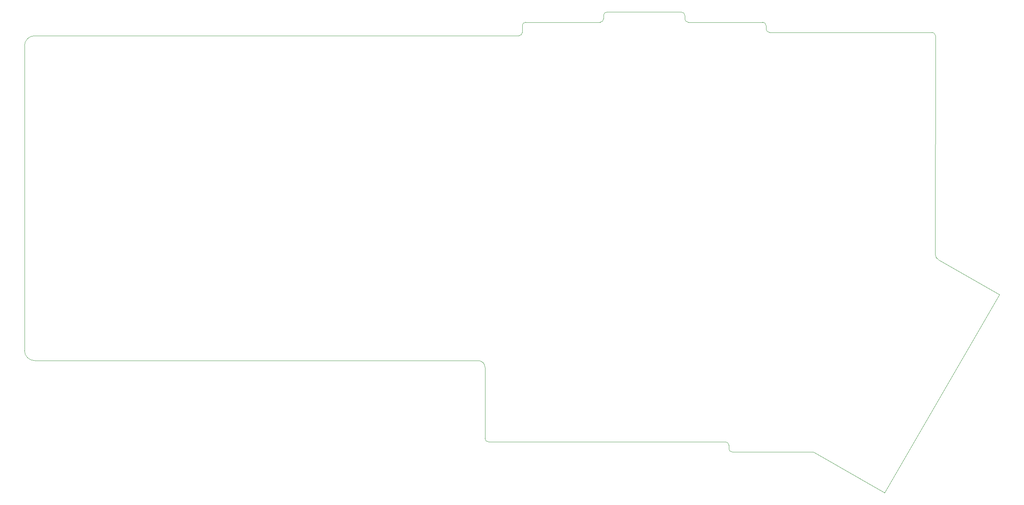
<source format=gbr>
%TF.GenerationSoftware,KiCad,Pcbnew,(5.1.9-0-10_14)*%
%TF.CreationDate,2021-04-19T01:17:04-05:00*%
%TF.ProjectId,wren-left,7772656e-2d6c-4656-9674-2e6b69636164,rev?*%
%TF.SameCoordinates,Original*%
%TF.FileFunction,Profile,NP*%
%FSLAX46Y46*%
G04 Gerber Fmt 4.6, Leading zero omitted, Abs format (unit mm)*
G04 Created by KiCad (PCBNEW (5.1.9-0-10_14)) date 2021-04-19 01:17:04*
%MOMM*%
%LPD*%
G01*
G04 APERTURE LIST*
%TA.AperFunction,Profile*%
%ADD10C,0.050000*%
%TD*%
G04 APERTURE END LIST*
D10*
X265874500Y-87725250D02*
X251650500Y-79597250D01*
X238950500Y-134207250D02*
X265874500Y-87725250D01*
X222250000Y-124618750D02*
X238950500Y-134207250D01*
X250772952Y-78177347D02*
X250825000Y-26987500D01*
X143668750Y-103187500D02*
X118268750Y-103187500D01*
X143668750Y-103187500D02*
G75*
G02*
X145256250Y-104775000I0J-1587500D01*
G01*
X145256250Y-121443750D02*
X145256250Y-104775000D01*
X118268750Y-103187500D02*
X39687500Y-103187500D01*
X146050000Y-122237500D02*
X165100000Y-122237500D01*
X173037500Y-22225000D02*
X173037500Y-23018750D01*
X203200000Y-124618750D02*
X222250000Y-124618750D01*
X202406250Y-123031250D02*
X202406250Y-123825000D01*
X203200000Y-124618750D02*
G75*
G02*
X202406250Y-123825000I0J793750D01*
G01*
X201612500Y-122237500D02*
G75*
G02*
X202406250Y-123031250I0J-793750D01*
G01*
X165100000Y-122237500D02*
X201612500Y-122237500D01*
X146050000Y-122237500D02*
G75*
G02*
X145256250Y-121443750I0J793750D01*
G01*
X251650500Y-79597250D02*
G75*
G02*
X250772952Y-78177347I709952J1419903D01*
G01*
X211931250Y-26193750D02*
X250031250Y-26193750D01*
X211137500Y-24606250D02*
X211137500Y-25400000D01*
X192881250Y-23812500D02*
X210343750Y-23812500D01*
X192087500Y-22225000D02*
X192087500Y-23018750D01*
X173831250Y-21431250D02*
X191293750Y-21431250D01*
X154781250Y-23812500D02*
X172243750Y-23812500D01*
X153987500Y-26193750D02*
X153987500Y-24606250D01*
X39687500Y-26987500D02*
X153193750Y-26987500D01*
X250031250Y-26193750D02*
G75*
G02*
X250825000Y-26987500I0J-793750D01*
G01*
X211931250Y-26193750D02*
G75*
G02*
X211137500Y-25400000I0J793750D01*
G01*
X210343750Y-23812500D02*
G75*
G02*
X211137500Y-24606250I0J-793750D01*
G01*
X192881250Y-23812500D02*
G75*
G02*
X192087500Y-23018750I0J793750D01*
G01*
X191293750Y-21431250D02*
G75*
G02*
X192087500Y-22225000I0J-793750D01*
G01*
X153987500Y-24606250D02*
G75*
G02*
X154781250Y-23812500I793750J0D01*
G01*
X153987500Y-26193750D02*
G75*
G02*
X153193750Y-26987500I-793750J0D01*
G01*
X173037500Y-22225000D02*
G75*
G02*
X173831250Y-21431250I793750J0D01*
G01*
X173037500Y-23018750D02*
G75*
G02*
X172243750Y-23812500I-793750J0D01*
G01*
X37306250Y-100806250D02*
X37306250Y-29368750D01*
X39687500Y-103187500D02*
G75*
G02*
X37306250Y-100806250I0J2381250D01*
G01*
X37306250Y-29368750D02*
G75*
G02*
X39687500Y-26987500I2381250J0D01*
G01*
M02*

</source>
